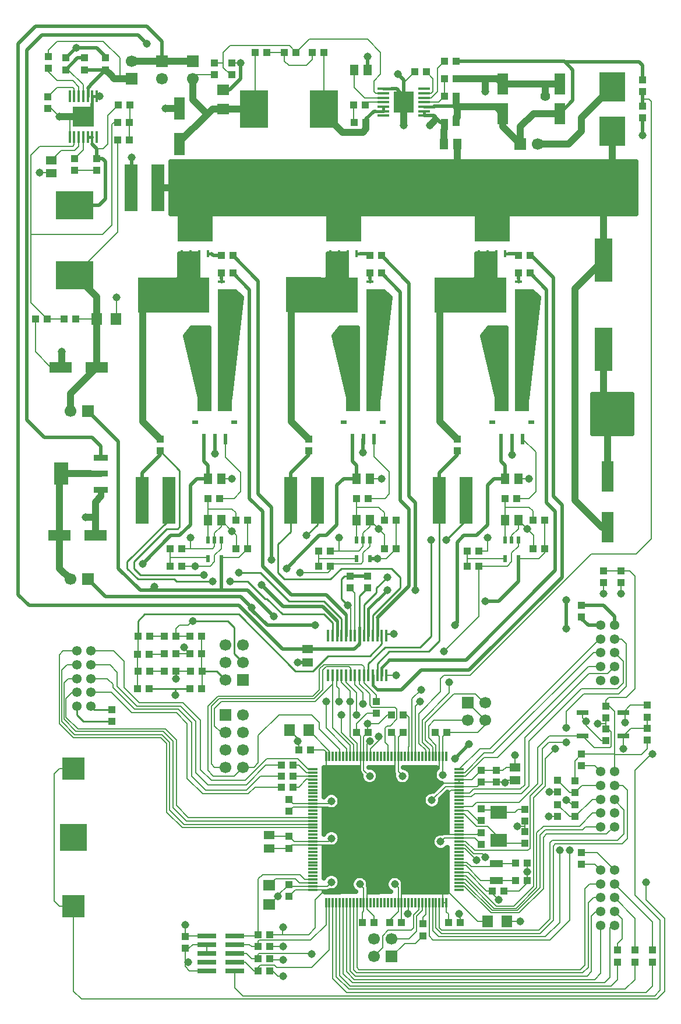
<source format=gtl>
G04 DipTrace 3.3.1.3*
G04 Top.gbr*
%MOIN*%
G04 #@! TF.FileFunction,Copper,L1,Top*
G04 #@! TF.Part,Single*
G04 #@! TA.AperFunction,Conductor*
%ADD13C,0.04*%
%ADD14C,0.02*%
%ADD15C,0.015748*%
%ADD16C,0.01*%
%ADD17C,0.006*%
%ADD18C,0.037402*%
%ADD19C,0.03937*%
%ADD20C,0.016535*%
%ADD21C,0.015*%
%ADD22C,0.016*%
G04 #@! TA.AperFunction,CopperBalancing*
%ADD23C,0.025*%
G04 #@! TA.AperFunction,ViaPad*
%ADD25C,0.15*%
%ADD28R,0.125984X0.125984*%
%ADD29R,0.15748X0.15748*%
%ADD30R,0.03937X0.043307*%
%ADD31R,0.043307X0.03937*%
%ADD32R,0.070866X0.062992*%
%ADD33R,0.059055X0.051181*%
%ADD34R,0.062992X0.070866*%
%ADD36R,0.098425X0.248031*%
%ADD38R,0.070866X0.173228*%
%ADD39R,0.074803X0.267717*%
%ADD40R,0.051181X0.059055*%
%ADD42R,0.064961X0.122047*%
%ADD44R,0.064961X0.129921*%
%ADD46R,0.129921X0.064961*%
%ADD47R,0.15X0.167*%
G04 #@! TA.AperFunction,ComponentPad*
%ADD48R,0.066929X0.066929*%
%ADD49C,0.066929*%
%ADD52C,0.05437*%
%ADD54R,0.109843X0.029134*%
%ADD55R,0.159449X0.216535*%
%ADD56R,0.216535X0.159449*%
G04 #@! TA.AperFunction,ComponentPad*
%ADD57R,0.2X0.2*%
%ADD58R,0.016X0.04*%
%ADD59R,0.2X0.18*%
%ADD60R,0.04X0.016*%
%ADD61R,0.18X0.2*%
%ADD63R,0.066929X0.031496*%
%ADD65R,0.05315X0.013386*%
%ADD66R,0.013386X0.05315*%
%ADD67R,0.015748X0.070866*%
%ADD69R,0.070079X0.016535*%
%ADD70R,0.11811X0.122047*%
%ADD72R,0.084646X0.037402*%
%ADD73R,0.084646X0.127953*%
%ADD75R,0.016535X0.070079*%
%ADD76R,0.122047X0.11811*%
%ADD78R,0.023622X0.043307*%
%ADD79R,0.019685X0.062992*%
%ADD80R,0.035433X0.023622*%
%ADD81R,0.07874X0.074803*%
%ADD82R,0.074803X0.043307*%
%ADD83R,0.094488X0.074803*%
G04 #@! TA.AperFunction,ViaPad*
%ADD84C,0.045*%
%ADD85C,0.055*%
%FSLAX26Y26*%
G04*
G70*
G90*
G75*
G01*
G04 Top*
%LPD*%
X1456200Y5831200D2*
D13*
X1281200D1*
X1106200D1*
X1281200D2*
D14*
Y5943700D1*
X1193700Y6031200D1*
X556200D1*
X456200Y5931200D1*
Y2781200D1*
X518700Y2718700D1*
X1718700D1*
X1968700Y2468700D1*
X2112449D1*
X2381200D1*
X2410334Y2497834D1*
Y2501613D1*
D15*
Y2547046D1*
Y2592480D1*
D16*
Y2772834D1*
X2456200Y2818700D1*
X1814271Y5881200D2*
D17*
Y5563877D1*
X1806594Y5556200D1*
D13*
X1631200D1*
X1568700D1*
X1539205Y5526705D1*
X1381200Y5368700D1*
Y5356200D1*
X1456200Y5731200D2*
Y5609710D1*
X1539205Y5526705D1*
X1581200Y5751771D2*
D17*
X1476771D1*
X1456200Y5731200D1*
X1768700Y3206200D2*
Y3043700D1*
X1618700Y2987401D2*
X1624999Y2993700D1*
X1718700D1*
X1768700Y3043700D1*
X2618700Y3206200D2*
Y3043700D1*
X2562401Y2987401D1*
X2468700D1*
X3468700Y3206200D2*
Y3043700D1*
Y3018700D1*
X3437401Y2987401D1*
X3318700D1*
D14*
Y2856200D1*
X3206200Y2743700D1*
X3131200D1*
X1918700Y2656200D2*
X1768700Y2806200D1*
X1618700D1*
X1212451D1*
X1237449Y2824951D1*
Y2806200D1*
X1156200D1*
X1031200Y2931200D1*
Y3656200D1*
X856200Y3831200D1*
X1618700Y2987401D2*
Y2806200D1*
X2468700Y2987401D2*
X2512401D1*
X2131200Y1893700D2*
D17*
X2206200D1*
X2218405Y1881495D1*
Y1856495D1*
X2393700Y1993700D2*
X2415255Y1972145D1*
Y1856495D1*
X2593700Y1993700D2*
X2612106Y1975294D1*
Y1856495D1*
X2843700Y1993700D2*
X2868011Y1969389D1*
Y1856495D1*
X2981200Y1703936D2*
Y1723621D1*
X3054872D1*
X3106200Y1774949D1*
X2506200Y2101771D2*
X2451771D1*
X2393700Y2043700D1*
Y1993700D1*
X2144586Y1566141D2*
X2028641D1*
X2006200Y1543700D1*
X2144586Y1349606D2*
X2024606D1*
X2006200Y1331200D1*
X1893700D1*
X2144586Y1093700D2*
X2043700D1*
X2006200Y1056200D1*
X3106200Y1418700D2*
X3093700D1*
X3083661Y1408661D1*
X2981200D1*
X2454625Y1019881D2*
Y982775D1*
X2493700Y943700D1*
Y906200D1*
X2651476Y1019881D2*
Y967175D1*
X2649949Y965649D1*
Y906200D1*
X2918700D2*
Y956200D1*
X2907381Y967519D1*
Y1019881D1*
X2887696D1*
X3143700Y912449D2*
X3087451D1*
X2887696Y1112204D1*
X2831200Y1168700D1*
X2887696Y1019881D2*
Y1112204D1*
X2981200Y1408661D2*
X2883661D1*
X2881200Y1406200D1*
X2868011Y1856495D2*
Y1787451D1*
X2799949D1*
X2612106Y1856495D2*
Y1749606D1*
X2606200Y1743700D1*
X2415255Y1856495D2*
Y1772145D1*
X2418700Y1768700D1*
X2218405Y1856495D2*
Y1781495D1*
X2144586Y1566141D2*
X2227510D1*
X2231200Y1562451D1*
X2144586Y1349606D2*
X2243356D1*
X2144586Y1093700D2*
X2212449D1*
X2256200D1*
X2454625Y1019881D2*
Y1129625D1*
X2456200Y1131200D1*
X2651476Y1019881D2*
Y1126476D1*
X2656200Y1131200D1*
X2981200Y1703936D2*
X2883464D1*
X2881200Y1706200D1*
X2831200D1*
X3106200Y1774949D2*
X3193700D1*
X3231199D1*
X3249949Y1793700D1*
X3299949D1*
X3681200Y1868700D2*
X3868700D1*
Y1866271D1*
Y1768700D1*
X2981200Y1664566D2*
X2933315D1*
X2918700Y1649951D1*
Y1593700D1*
X2881200Y1556200D1*
X3818700Y2143700D2*
X3839271D1*
X3868700Y2114271D1*
Y1868700D1*
X3299949Y1793700D2*
Y1862451D1*
X4056200Y1949951D2*
Y1899951D1*
X4022520Y1866271D1*
X3868700D1*
X3643700Y1716880D2*
Y1831200D1*
X3681200Y1868700D1*
X3643700Y1579380D2*
X3626770D1*
X3612449Y1593700D1*
X3581200D1*
X3593700Y1606200D1*
X3681200Y1306200D2*
X3768700D1*
X3868700Y1206200D1*
X2281200Y1493700D2*
D14*
Y1518700D1*
X2293700Y1531200D1*
X3806200Y2916880D2*
D17*
X3906200D1*
X3958020D1*
X3987449Y2887451D1*
Y2243700D1*
X3937449Y2193700D1*
X3837451D1*
X3818700Y2174949D1*
Y2143700D1*
X1537449Y831200D2*
X1418699D1*
X1412449Y824951D1*
X2212449Y1093700D2*
X2156200Y1037451D1*
Y874951D1*
X2118700Y837451D1*
X1970962D1*
X1898129D1*
X1970962D2*
Y877213D1*
X1974949Y881200D1*
Y768700D2*
X1898129D1*
X1974949Y693700D2*
X1898129D1*
Y699951D1*
X1974949Y599949D2*
X1943701D1*
X1912451Y631200D1*
X1898129D1*
X1412449Y893700D2*
Y824951D1*
X781200Y4606594D2*
X1026771Y4852165D1*
Y5381200D1*
X781200Y4606594D2*
D13*
X906200Y4481594D1*
Y4356200D1*
Y4081200D1*
X756200Y3931200D1*
Y3831200D1*
X785629Y4356200D2*
D17*
X793700D1*
X906200D1*
X1518700Y3668700D2*
D14*
Y3543700D1*
X1543700Y3518700D1*
Y3443700D1*
X2368700Y3668700D2*
Y3543700D1*
X2393700Y3518700D1*
Y3443700D1*
X3218700Y3668700D2*
Y3543700D1*
X3243700Y3518700D1*
Y3443700D1*
X3868700Y2606200D2*
Y2656200D1*
X3806200Y2718700D1*
X3681200D1*
X1543700Y3443700D2*
X1481200D1*
X1443700Y3406200D1*
Y3181200D1*
X1381200Y3118700D1*
X1331200D1*
X1168700Y2956200D1*
X3243700Y3443700D2*
X3181200D1*
X3143700Y3406200D1*
Y3181200D1*
X3081200Y3118700D1*
X3006200D1*
X2968700Y3081200D1*
Y2618700D1*
X2956200Y2606200D1*
X2156200D2*
X1881994D1*
X1793700Y2694494D1*
X1799553Y2700347D1*
X1731200Y2768700D1*
X956200D1*
X856200Y2868700D1*
X2393700Y3443700D2*
X2318700D1*
X2281200Y3406200D1*
Y3181200D1*
X2218700Y3118700D1*
X2181200D1*
X1993700Y2931200D1*
X1793700Y2706200D2*
Y2694494D1*
X993700Y2056200D2*
D16*
X831200D1*
X793700Y2093700D1*
Y2143700D1*
X931200Y3471751D2*
D18*
X868877D1*
D13*
X702854D1*
X693700D1*
Y3118700D1*
Y2931200D1*
X756200Y2868700D1*
X2547342Y5646651D2*
D17*
X2502302D1*
X2492754Y5656200D1*
Y5717754D1*
X2531200Y5756200D1*
Y5881200D1*
X2456200Y5956200D1*
X2123129D1*
X2048129Y5881200D1*
X2010629Y5918700D1*
X1668700D1*
X1631200Y5881200D1*
Y5818700D1*
Y5793700D1*
X1673129Y5751771D1*
X1681200D1*
X1581200Y5818700D2*
X1631200D1*
X3331200Y5356200D2*
D13*
X3231200Y5456200D1*
Y5531200D1*
X3331200Y5356200D2*
Y5456200D1*
X3406200Y5531200D1*
X3556200D1*
X3231200D2*
X3193917Y5568483D1*
X3131200D1*
D19*
X2964665D1*
Y5631200D1*
Y5571459D1*
X2968700D1*
D13*
Y5508385D1*
D19*
X2964665D1*
Y5481200D1*
Y5571459D2*
D14*
X2836239D1*
D20*
Y5569880D1*
X2781200D1*
X2964665Y5831200D2*
D14*
X3581200D1*
X3586549Y5825851D1*
X3631200Y5781200D1*
Y5606200D1*
X3556200Y5531200D1*
X3586549Y5825851D2*
X4011549D1*
X4031200Y5806200D1*
Y5723129D1*
X2547342Y5544289D2*
D20*
X2502302D1*
D14*
X2494289D1*
X2448129Y5498129D1*
Y5481200D1*
X2547342Y5569880D2*
D20*
Y5544289D1*
X2448129Y5481200D2*
D19*
Y5441515D1*
D13*
X2431200Y5424586D1*
X2312814D1*
X2206200Y5531200D1*
Y5556200D1*
Y5881200D2*
D17*
Y5556200D1*
X623129Y4356200D2*
X531200Y4448129D1*
Y4840154D1*
Y5293700D1*
X581200Y5343700D1*
X768700D1*
X778249Y5353249D1*
Y5397342D1*
X1026771Y5481200D2*
X1006200D1*
X993700Y5468700D1*
Y4893700D1*
X940154Y4840154D1*
X531200D1*
X718700Y4356200D2*
X623129D1*
X1106200Y5731200D2*
D13*
X1038609D1*
X1006200D1*
X985654Y5751746D1*
D19*
X956200Y5781200D1*
D14*
X868700Y5693700D1*
Y5689919D1*
X855020Y5676239D1*
D20*
Y5631200D1*
X956200Y5781200D2*
D14*
X835629D1*
X631200Y5856200D2*
D17*
Y5893700D1*
X681200Y5943700D1*
X943700D1*
X1038609Y5848791D1*
Y5731200D1*
X1031200Y5581200D2*
X968700Y5518700D1*
Y5356200D1*
X943700Y5331200D1*
X906200D1*
D14*
X880611Y5356789D1*
D17*
Y5397342D1*
X855020D2*
X880611D1*
X906200Y5273129D2*
D14*
Y5331200D1*
X855020Y5397342D2*
D20*
X880611D1*
X843700Y5068700D2*
D14*
X781200Y5006200D1*
X906200Y5273129D2*
X939271D1*
X956200Y5256200D1*
Y5043700D1*
X918700Y5006200D1*
X781200D1*
X931200Y3562302D2*
Y3631200D1*
X881200Y3681200D1*
X606200D1*
X506200Y3781200D1*
Y5893700D1*
X593700Y5981200D1*
X1143700D1*
X1193700Y5931200D1*
X2118700Y3668700D2*
D19*
X2089246Y3698154D1*
D13*
X2018700Y3768700D1*
Y4431200D1*
X2454625Y1856495D2*
D17*
Y1929625D1*
X2468700Y1943700D1*
X2431200Y2156200D2*
Y2218700D1*
X2384743Y2265157D1*
Y2318700D1*
X2468700Y3093700D2*
Y3056200D1*
X2431200Y3018700D1*
Y2968700D1*
X2418700Y2956200D1*
X2243700D1*
Y2943700D1*
X1360629Y2443700D2*
X1439271D1*
X2243700Y2943700D2*
Y2918700D1*
X2231200Y2906200D1*
X2068700D1*
X1406200Y2481200D2*
Y2476771D1*
X1439271Y2443700D1*
X2756200Y2168700D2*
X2731200Y2143700D1*
Y1857480D1*
X2730216Y1856495D1*
X2474310D2*
Y1899310D1*
X2531200Y1956200D1*
X2518700Y1968700D1*
X2359153Y2318700D2*
Y2359497D1*
X2349949Y2368700D1*
X2218699D1*
X2199949Y2349951D1*
Y2237451D1*
X2149949Y2187451D1*
X1606200D1*
X1562449Y2143700D1*
Y1812451D1*
X1581200Y1793700D1*
X1643700D1*
X2968700Y3668700D2*
D19*
X2939246Y3698154D1*
D13*
X2868700Y3768700D1*
Y4418700D1*
X2395570Y1019881D2*
D17*
Y648081D1*
X2406200Y637451D1*
X3674951D1*
X3699949Y662449D1*
Y1099949D1*
X3727460Y1127460D1*
X3789960D1*
X3856200Y5431200D2*
D13*
Y5106200D1*
X2968602Y5356200D2*
Y5089600D1*
X3168700Y4889502D1*
X1256200Y5106200D2*
X1406200D1*
X1468700Y5043700D1*
Y4889502D1*
X3806200Y4693700D2*
Y5106200D1*
X3856200D1*
X3831200Y3164861D2*
X3797539D1*
X3643700Y3318700D1*
Y4531200D1*
X3806200Y4693700D1*
X2375885Y1856495D2*
D17*
Y1924015D1*
X2306200Y1993700D1*
Y2093700D1*
X2393700D2*
Y2218700D1*
X2333562Y2278838D1*
Y2318700D1*
X3318700Y3093700D2*
Y3056200D1*
X3281200Y3018700D1*
Y2968700D1*
X3256200Y2943700D1*
X3093700D1*
Y2656200D1*
X2893700Y2456200D1*
X2762449Y2237449D2*
X2710531Y2185531D1*
Y1856495D1*
X1360629Y2343700D2*
X1443700D1*
X1360629Y2298129D2*
D16*
Y2343700D1*
X2506200Y2168700D2*
D17*
Y2206200D1*
X2435924Y2276476D1*
Y2318700D1*
Y2370225D1*
X2424949Y2381200D1*
X2206200D1*
X2181200Y2356200D1*
Y2237451D1*
X2143700Y2199951D1*
X1599951D1*
X1543700Y2143700D1*
Y1774949D1*
X1574949Y1743700D1*
X1693700D1*
X1743700Y1793700D1*
X2297145Y1856495D2*
Y1896506D1*
X2181200Y2012451D1*
Y2049949D1*
X2137449Y2093700D1*
X1949951D1*
X1831200Y1974949D1*
Y1818700D1*
X1806200Y1793700D1*
X1743700D1*
X2307972Y2318700D2*
Y2279428D1*
X2356200Y2231200D1*
Y2168700D1*
Y1968700D1*
X2395570Y1929330D1*
Y1856495D1*
X2981200Y1625196D2*
X3050196D1*
X3068700Y1643700D1*
X3337451D1*
X3381200Y1687449D1*
Y1943700D1*
X3681200Y2243700D1*
X3887449D1*
X3918700Y2274951D1*
Y2398720D1*
X3868700Y2448720D1*
X3806200Y2849951D2*
Y2787449D1*
X2144586Y1507086D2*
X1430314D1*
X1362449Y1574951D1*
Y1949951D1*
X1299949Y2012451D1*
X799949D1*
X731200Y2081200D1*
Y2187449D1*
X766191Y2222440D1*
X793700D1*
X2144586Y1487401D2*
X1418750D1*
X1343700Y1562451D1*
Y1943700D1*
X1287449Y1999951D1*
X787449D1*
X718700Y2068700D1*
Y2274949D1*
X744931Y2301180D1*
X793700D1*
X2144586Y1467716D2*
X1407184D1*
X1324949Y1549951D1*
Y1937451D1*
X1281200Y1981200D1*
X781200D1*
X706200Y2056200D1*
Y2349949D1*
X736171Y2379920D1*
X793700D1*
X2144586Y1448031D2*
X1395620D1*
X1306200Y1537451D1*
Y1931200D1*
X1274949Y1962451D1*
X774949D1*
X693700Y2043700D1*
Y2437449D1*
X714911Y2458661D1*
X793700D1*
X1268700Y3668700D2*
D13*
X1168700Y3768700D1*
Y4418700D1*
X2282381Y2318700D2*
D17*
X2281200D1*
Y2256200D1*
X2293700Y2243700D1*
Y2168700D1*
X2336515Y1856495D2*
Y1900885D1*
X2218700Y2018700D1*
Y2168700D1*
X2356200Y1019881D2*
Y631200D1*
X2387449Y599951D1*
X3712451D1*
X3737449Y624949D1*
Y943699D1*
X3763730Y969980D1*
X3789960D1*
X3868700Y1611220D2*
Y1606200D1*
X3924949Y1549951D1*
Y1412451D1*
X3887449Y1374951D1*
X3512451D1*
X3499949Y1362449D1*
Y924951D1*
X3437449Y862451D1*
X2881199D1*
X2868011Y875638D1*
Y1019881D1*
X2336515D2*
Y625885D1*
X2381200Y581200D1*
X3756200D1*
X3789960Y614960D1*
Y891239D1*
X1618700Y3093700D2*
Y3043700D1*
X1581200Y3006200D1*
Y2968700D1*
X1556200Y2943700D1*
X1468700D1*
X1393700D1*
X1360629Y2543700D2*
X1439271D1*
X1456200Y2631200D2*
X1431200Y2606200D1*
X1381200D1*
X1360629Y2585629D1*
Y2543700D1*
X1743700Y2393700D2*
D16*
X1693700Y2443700D1*
Y2593700D1*
X1656200Y2631200D1*
X1456200D1*
X2924949Y2281200D2*
D17*
Y2218699D1*
X2768700Y2062449D1*
Y1937449D1*
X2808956Y1897193D1*
Y1856495D1*
X2256791Y2318700D2*
Y2269291D1*
X2156200Y2168700D1*
X1618700D1*
X1581200Y2131200D1*
Y2031200D1*
X1618700Y1993700D1*
X1643700D1*
X2256791Y2318700D2*
Y2018109D1*
X2356200Y1918700D1*
Y1856495D1*
X3031200Y2062449D2*
X2837449D1*
X2806200Y2031200D1*
Y1962449D1*
X2848326Y1920323D1*
Y1856495D1*
X3131200Y2162449D2*
X3124951D1*
X3074949Y2212451D1*
X2949949D1*
X2787449Y2049951D1*
Y1949951D1*
X2828641Y1908759D1*
Y1856495D1*
X2410334Y2318700D2*
Y2270817D1*
X2468700Y2212451D1*
Y2149951D1*
X2481200Y2137451D1*
X2612449D1*
X2624949Y2124951D1*
Y2068700D1*
X2587449Y2031200D1*
X2568700D1*
X2556200Y2018700D1*
Y1937449D1*
X2574949Y1918700D1*
Y1858709D1*
X2572735Y1856495D1*
X1618503Y3206200D2*
Y3168503D1*
X1581298Y3131298D1*
Y3093700D1*
X1393700Y3043700D2*
X1568700D1*
X1581298Y3056298D1*
Y3093700D1*
X1618503Y3443700D2*
X1681200D1*
Y3143503D2*
X1618503Y3206200D1*
X1581692Y3668700D2*
D14*
X1582294Y3668098D1*
Y3587088D1*
X1681200Y3143503D2*
D17*
X1706200Y3118503D1*
Y3048129D1*
X1701771Y3043700D1*
X1393700D2*
X1443700D1*
Y3106200D1*
X2468700Y3206200D2*
Y3168700D1*
X2431298Y3131298D1*
Y3093700D1*
X2243700Y3031200D2*
X2406200D1*
X2431298Y3056298D1*
Y3093700D1*
X2468503Y3443700D2*
X2537451D1*
X2468700Y3206200D2*
X2518700Y3156200D1*
X2551771Y3123129D1*
Y3043700D1*
X2431692Y3668700D2*
D14*
X2431200Y3668208D1*
Y3593701D1*
X3281298Y3093700D2*
D17*
Y3118798D1*
X3318503Y3156003D1*
Y3206200D1*
X3281692Y3668700D2*
D14*
Y3580708D1*
X3318503Y3206200D2*
D17*
X3318700D1*
X3368700Y3156200D1*
X3406200Y3118700D1*
Y3048129D1*
X3401771Y3043700D1*
X2243700Y3031200D2*
X2293700D1*
Y3106200D1*
X3318503Y3443700D2*
X3381200D1*
X3143700Y3106200D2*
Y3031200D1*
X3093700D1*
X2563877Y2547054D2*
D16*
Y2556200D1*
X2606200D1*
X3556200Y5700491D2*
D13*
X3473588D1*
X3231200D1*
X3200491Y5731200D1*
X3119792D1*
X3006318D1*
D19*
X2964665D1*
X3473588Y5700491D2*
D13*
Y5631200D1*
X3119792Y5731200D2*
X3131200Y5719792D1*
Y5656200D1*
X2893798Y5356200D2*
Y5437578D1*
X2897735Y5441515D1*
D19*
Y5481200D1*
D14*
X2873739D1*
X2836239Y5518700D1*
X2781200D1*
X2664271Y5595470D2*
D13*
Y5464271D1*
X2836239Y5518700D2*
D14*
Y5486239D1*
D13*
X2814271Y5464271D1*
X2781200Y5544289D2*
D20*
Y5518700D1*
X2547342Y5672242D2*
X2592381D1*
D14*
X2622242D1*
X2664271Y5630213D1*
Y5595470D1*
X2726771Y5768700D2*
D17*
X2664271Y5706200D1*
D14*
Y5595470D1*
Y5723129D1*
X2631200Y5756200D1*
X2456003Y5781200D2*
X2456200D1*
Y5856200D1*
X1681200Y5818700D2*
D17*
X1731200D1*
X1631200Y5666436D2*
D14*
X1666436D1*
X1731200Y5731200D1*
Y5818700D1*
X1381200Y5560924D2*
D13*
X1301476D1*
X880611Y5631200D2*
D20*
X906200D1*
X880611D2*
Y5586161D1*
D14*
Y5514271D1*
X829430D1*
X906200Y5631200D2*
D20*
X924468D1*
X956200Y5848129D2*
D14*
Y5856200D1*
X906200Y5906200D1*
X789271D1*
X731200Y5848129D1*
X829430Y5514271D2*
D13*
X752658D1*
X693700D1*
X627165Y5560235D2*
D17*
X647735D1*
X693700Y5514271D1*
X752658Y5397342D2*
Y5514271D1*
X1102657Y5106200D2*
D14*
X1106200Y5109743D1*
Y5281200D1*
X647735Y5189665D2*
D17*
X643700Y5193700D1*
X581200D1*
X556200Y4356200D2*
Y4168700D1*
X643700Y4081200D1*
X701476D1*
D13*
X706200Y4085924D1*
Y4168700D1*
X1016436Y4356200D2*
D17*
X1018700D1*
Y4481200D1*
X3806200Y4181889D2*
D13*
Y3868700D1*
X3856200Y3818700D1*
X3831200Y3456200D2*
Y3793700D1*
X3856200Y3818700D1*
X898424Y3118700D2*
Y3223507D1*
Y3309724D1*
X931200Y3342499D1*
D18*
Y3381200D1*
X2112449Y2393897D2*
D14*
X2056003D1*
X2359153Y2547046D2*
D17*
Y2703247D1*
X2343700Y2718700D1*
X2563877Y2318700D2*
X2618700D1*
X3681200Y2651771D2*
D14*
Y2643700D1*
X3718700Y2606200D1*
X3789960D1*
X898424Y3223507D2*
D13*
X843700D1*
X2356200Y2885629D2*
D14*
X2456200D1*
X2008464Y2006200D2*
D17*
X2064271Y1950393D1*
Y1893700D1*
X2008464Y2006200D2*
X2056200Y1958464D1*
Y1943700D1*
X2460629Y1993700D2*
X2434940Y1968011D1*
Y1856495D1*
X2660629Y1993700D2*
X2631791Y1964861D1*
Y1856495D1*
X2910629Y1993700D2*
X2887696Y1970767D1*
Y1856495D1*
X2981200Y1684251D2*
X3082431D1*
X3106200Y1708020D1*
X2460629Y1993700D2*
X2456200Y1998129D1*
Y2043700D1*
X2144586Y1585826D2*
X2031003D1*
X2006200Y1610629D1*
X2144586Y1369291D2*
X2035039D1*
X2006200Y1398129D1*
X1901574D1*
X1893700Y1406003D1*
X2144586Y1113385D2*
X2015944D1*
X2006200Y1123129D1*
X1893700Y1008464D2*
X1895964D1*
X1943701Y1056201D1*
X1941486Y1058415D1*
X2006200Y1123129D1*
X3356200Y1487451D2*
Y1456200D1*
Y1424949D1*
X3368700Y1245275D2*
Y1195275D1*
Y1145275D2*
Y1195275D1*
Y1145275D2*
Y1132777D1*
X3323373Y1087451D1*
X3237449D1*
X3253936Y912449D2*
X3331200D1*
X2434940Y1019881D2*
Y972440D1*
X2426771Y964271D1*
Y906200D1*
X2631791Y1019881D2*
Y969291D1*
X2583020Y920520D1*
Y906200D1*
X2985629D2*
Y951771D1*
X2981200Y956200D1*
Y1388976D2*
X3068995D1*
X3106200Y1351771D1*
X2434940Y1856495D2*
Y1777460D1*
X2468700Y1743700D1*
X2887696Y1856495D2*
Y1750196D1*
X2631791Y1856495D2*
Y1768109D1*
X2656200Y1743700D1*
X2981200Y1684251D2*
X2903002D1*
X2824951Y1606200D1*
X2981200Y1388976D2*
X2895225D1*
X2874949Y1368700D1*
X2631791Y1019881D2*
Y1105611D1*
X2612451Y1124951D1*
X2434940Y1019881D2*
Y1102459D1*
X2412449Y1124949D1*
X2144586Y1113385D2*
X2225884D1*
X2249949Y1137451D1*
X2144586Y1369291D2*
X2231789D1*
X2249949Y1387451D1*
X2144586Y1585826D2*
X2235825D1*
X2249949Y1599951D1*
X3106200Y1708020D2*
X3193700D1*
X3299949Y1718897D2*
X3256397D1*
X3243700Y1706200D1*
X3241880Y1708020D1*
X3193700D1*
X3681200Y1801771D2*
X3756889D1*
X3789960Y1768700D1*
X3356200Y1424949D2*
D3*
Y1456200D2*
X3312449D1*
X3687449Y2106200D2*
Y2074951D1*
X3706200Y2056200D1*
X3818700Y1945520D2*
X3793701D1*
X3706200Y2033022D1*
Y2056200D1*
X4056200Y2148129D2*
X3960629D1*
X3918700Y2106200D1*
X3931200D1*
Y2049951D1*
X3031200Y2162449D2*
X3131200Y2062449D1*
Y2037451D1*
X3087449Y1993700D1*
X2910629D1*
X3681200Y1239271D2*
X3756889D1*
X3789960Y1206200D1*
X2774949Y831200D2*
X2731199Y787449D1*
X2668700D1*
X2593700Y712449D1*
X3789960Y1768700D2*
D3*
X4031200Y5506200D2*
D14*
Y5406200D1*
X2356200Y2885629D2*
D16*
X2323129D1*
X2306200Y2868700D1*
Y2756200D1*
X2343700Y2718700D1*
X993700Y2123129D2*
X893011D1*
X872440Y2143700D1*
X1439271Y2243700D2*
X1356200D1*
Y2206200D1*
X1206200Y2243700D2*
X1439271D1*
X2593700Y2093700D2*
D17*
X2568700D1*
X2518700Y2043700D1*
X2456200D1*
X3037449Y1924951D2*
D14*
Y1924949D1*
X2956200Y1843700D1*
X1537449Y781200D2*
D17*
X1456199D1*
X1433020Y758022D1*
X1412449D1*
X1537449Y781200D2*
Y731200D1*
X1412449Y758022D2*
Y662449D1*
Y656200D1*
X1437449Y631200D1*
X1537449D1*
X1412449Y662449D2*
X1431200Y681200D1*
X3593700Y2749951D2*
D14*
Y2587451D1*
X774923Y1393650D2*
D17*
X824999D1*
X2981200Y1743306D2*
X3018306D1*
X3124951Y1849951D1*
X3199951D1*
X3719980Y2369980D1*
X3789960D1*
Y2448720D2*
X3748718D1*
X3174949Y1874951D1*
X3124951D1*
X3012991Y1762991D1*
X2981200D1*
X3789960Y2527460D2*
X3783710D1*
X3156201Y1899951D1*
X3098474D1*
X2981200Y1782676D1*
X3543700Y1514271D2*
X3491878D1*
X3612449Y1318700D2*
Y918700D1*
X3499949Y806200D1*
X2831200D1*
X2808956Y828444D1*
Y1019881D1*
X3543700Y1651771D2*
X3495520D1*
X3556200Y1318700D2*
Y906201D1*
X3474949Y824951D1*
X2862449D1*
X2828641Y858759D1*
Y1019881D1*
X1506200Y2543700D2*
Y2443700D1*
Y2348129D1*
X1510629Y2343700D1*
Y2248129D1*
X1506200Y2243700D1*
X1643700Y2293700D2*
D16*
X1593700Y2343700D1*
X1510629D1*
X2981200Y1349606D2*
D17*
X3012794D1*
X3062449Y1299951D1*
X3112448D1*
X3131199Y1281200D1*
X1697686Y681200D2*
X1756200D1*
X1806200Y631200D1*
X1831200D1*
Y649951D1*
X1843700Y662451D1*
X1924948D1*
X1937449Y649949D1*
X2137449D1*
X2238090Y750590D1*
Y1019881D1*
X3868700Y1689960D2*
X3916191D1*
X3943700Y1662451D1*
Y1387451D1*
X3912449Y1356200D1*
X3531200D1*
X3518700Y1343700D1*
Y918700D1*
X3443700Y843700D1*
X2881200D1*
X2848326Y876574D1*
Y1019881D1*
X3789960Y1532480D2*
X3744980D1*
X3668700Y1456200D1*
X3462449D1*
X3424949Y1418700D1*
Y1106199D1*
X3306200Y987449D1*
X3181201D1*
X3015896Y1152755D1*
X2981200D1*
X3868700Y1453739D2*
X3866238D1*
X3824949Y1412451D1*
X3481200D1*
X3462449Y1393700D1*
Y1099949D1*
X3324949Y962449D1*
X3162451D1*
X3011515Y1113385D1*
X2981200D1*
X3789960Y1453739D2*
X3703738D1*
X3687449Y1437451D1*
X3474951D1*
X3443700Y1406200D1*
Y1106200D1*
X3312449Y974949D1*
X3168701D1*
X3010581Y1133070D1*
X2981200D1*
X2375885Y1019881D2*
Y636515D1*
X2393700Y618700D1*
X3687449D1*
X3718700Y649951D1*
Y1018700D1*
X3748720Y1048720D1*
X3789960D1*
X1962451Y1806200D2*
X1874949D1*
X1762449Y1693700D1*
X1543700D1*
X1474949Y1762451D1*
Y2056200D1*
X1387449Y2143700D1*
X1137449D1*
X1024949Y2256200D1*
Y2337451D1*
X982480Y2379920D1*
X872440D1*
X3385629Y4718700D2*
D14*
X3393700D1*
X3518700Y4593700D1*
Y3343700D1*
X3568700Y3293700D1*
Y2881200D1*
X3037451Y2349951D1*
X2762451D1*
X2649951Y2237451D1*
X2512449D1*
D21*
X2487106Y2262794D1*
Y2273267D1*
D15*
Y2318700D1*
X3018700Y3318700D2*
D16*
Y3206200D1*
X2906200Y3093700D1*
X2818700D2*
Y2543700D1*
X2756200Y2481200D1*
X2556200D1*
X2461515Y2386515D1*
Y2318700D1*
X2512696D2*
Y2387696D1*
X2581200Y2456200D1*
X2806200D1*
X2865157Y2515157D1*
Y3318700D1*
D14*
Y3477657D1*
X2968700Y3581200D1*
Y3601771D1*
X3385629Y4618700D2*
X3481200Y4523129D1*
Y3306200D1*
X3531200Y3256200D1*
Y2918700D1*
X3018700Y2406200D1*
X2580354D1*
D21*
X2538287Y2364133D1*
D15*
Y2318700D1*
X2535629Y4618700D2*
D14*
X2643700Y4510629D1*
Y3318700D1*
X2693700Y3268700D1*
Y2831200D1*
X2512696Y2650196D1*
D21*
Y2592480D1*
D15*
Y2547046D1*
X2435924D2*
D16*
Y2723424D1*
X2506200Y2793700D1*
Y2818700D1*
X2568700Y2881200D1*
X2106200Y3118700D2*
X2168700Y3181200D1*
Y3318700D1*
X2535629Y4718700D2*
D14*
X2693700Y4560629D1*
Y3343700D1*
X2731200Y3306200D1*
Y2806200D1*
X2568700D2*
D21*
X2461515Y2699015D1*
Y2592480D1*
D15*
Y2547046D1*
X2118700Y3601771D2*
D14*
Y3581200D1*
X2015157Y3477657D1*
Y3318700D1*
X2487106Y2547046D2*
D16*
Y2662106D1*
X2643700Y2818700D1*
Y2881200D1*
X2593700Y2931200D1*
X2306200D1*
X2243700Y2868700D1*
X1981200D1*
X1943700Y2906200D1*
Y3068700D1*
X2015157Y3140157D1*
Y3318700D1*
X1685629Y4618700D2*
D14*
X1781200Y4523129D1*
Y3331200D1*
X1856200Y3256200D1*
Y2943700D1*
X2018700Y2781200D1*
X2218700D1*
X2333562Y2666338D1*
D21*
Y2592480D1*
D15*
Y2547046D1*
X1685629Y4718700D2*
D14*
X1831200Y4573129D1*
Y3356200D1*
X1906200Y3281200D1*
Y2981200D1*
X1849949Y2837451D2*
X1974999Y2712401D1*
X2199999D1*
X2282381Y2630019D1*
D21*
Y2592480D1*
D15*
Y2547046D1*
X2256791D2*
D16*
Y2618109D1*
X2206200Y2668700D1*
X1968700D1*
X1881200Y2756200D1*
X1868700D1*
X1768700Y2856200D1*
X1668700D1*
X1568700D2*
X1362451D1*
X1349951Y2868700D1*
X1143700D1*
X1081200Y2931200D1*
Y2968700D1*
X1318700Y3206200D1*
Y3318700D1*
X1268700Y3601771D2*
D14*
Y3581200D1*
X1165157Y3477657D1*
Y3318700D1*
X2307972Y2547046D2*
D16*
Y2641928D1*
X2206200Y2743700D1*
X2006200D1*
X1843700Y2906200D1*
X1718700D1*
X1518700Y2893700D2*
X1156200D1*
X1118700Y2931200D1*
Y2968700D1*
X1306200Y3156200D1*
X1368700D1*
X1381200Y3168700D1*
Y3489271D1*
X1268700Y3601771D1*
X3856200Y5682200D2*
D13*
X3681200Y5507200D1*
Y5431200D1*
X3606200Y5356200D1*
X3431200D1*
X1210629Y2543700D2*
D17*
X1293700D1*
X2384743Y2547046D2*
Y2790157D1*
X2356200Y2818700D1*
X1143700Y2543700D2*
Y2443700D1*
X1139665Y2439665D1*
Y2347735D1*
X1143700Y2343700D1*
X1139271Y2243700D2*
Y2339271D1*
X1143700Y2343700D1*
X2538287Y2547046D2*
D16*
Y2500787D1*
X2468700Y2431200D1*
X2231200D1*
X2143700Y2343700D1*
X2043700D1*
X1718700Y2668700D1*
X1181200D1*
X1143700Y2631200D1*
Y2543700D1*
X1206594Y2439665D2*
D17*
X1289665D1*
X1293700Y2443700D1*
Y2343700D2*
X1210629D1*
X2897735Y5831200D2*
X2856200Y5789665D1*
Y5656200D1*
X2821061Y5621061D1*
X2781200D1*
Y5646651D2*
X2821651D1*
X2831200Y5656200D1*
Y5731200D1*
X2793700Y5768700D1*
X2897735Y5731200D2*
Y5631200D1*
X2781200Y5595470D2*
X2862006D1*
X2897735Y5631200D1*
X2376771Y5581200D2*
Y5485629D1*
X2381200Y5481200D1*
X2547342Y5621061D2*
X2441339D1*
X2381200Y5681200D1*
Y5781200D1*
X2547342Y5595470D2*
X2457970D1*
X2443700Y5581200D1*
X2139271Y5881200D2*
Y5839271D1*
X2106200Y5806200D1*
X2006200D1*
X1981200Y5831200D1*
Y5881200D1*
X1881200D1*
X631200Y5789271D2*
Y5768700D1*
X681200Y5718700D1*
X768700D1*
X803839Y5683561D1*
Y5631200D1*
X781200Y5206200D2*
X906200D1*
X778249Y5631200D2*
Y5671651D1*
X768700Y5681200D1*
X681200D1*
X627165Y5627165D1*
X835629Y5848129D2*
D14*
X798129D1*
X731200Y5781200D1*
D17*
X743700D1*
X829430Y5695470D1*
Y5631200D1*
X647735Y5264468D2*
X701968Y5318700D1*
X781200D1*
X803839Y5341339D1*
Y5397342D1*
X781200Y5273129D2*
X829430Y5321359D1*
Y5397342D1*
X1098129Y5581200D2*
Y5485629D1*
X1093700Y5481200D1*
Y5381200D1*
X3206200Y1376033D2*
Y1393700D1*
X3143700Y1456200D1*
X3081200D1*
X3010629Y1526771D1*
X2981200D1*
X3356200Y1358020D2*
X3224213D1*
X3206200Y1376033D1*
X3106200Y1556200D2*
Y1549951D1*
X3193700D1*
X3206200Y1537451D1*
X3356200Y1554380D2*
X3316880D1*
X3299951Y1537451D1*
X3206200D1*
X3193700Y1243700D2*
Y1224951D1*
X3049949D1*
X3023720Y1251180D1*
X2981200D1*
X3193700Y1243700D2*
X3300196D1*
X3301771Y1245275D1*
X2774949Y898129D2*
Y937449D1*
X2789271Y951771D1*
Y1019881D1*
X2144586Y1133070D2*
X2066830D1*
X2043700Y1156200D1*
X1931200D1*
X1893700Y1118700D1*
X3106200Y1489271D2*
X3085629D1*
X3028444Y1546456D1*
X2981200D1*
X3193700Y1145275D2*
X3104625D1*
X3018405Y1231495D1*
X2981200D1*
X3301771Y1145275D2*
X3193700D1*
X2660629Y2093700D2*
X2681200D1*
X2693700Y2081200D1*
Y1912451D1*
X2690846Y1909596D1*
Y1856495D1*
X1962451Y1681200D2*
X1812449D1*
X1774949Y1643700D1*
X1512449D1*
X1424949Y1731200D1*
Y2043700D1*
X1362449Y2106200D1*
X1106200D1*
X989960Y2222440D1*
X872440D1*
X1962451Y1743700D2*
X1843699D1*
X1762449Y1662451D1*
X1531199D1*
X1449949Y1743700D1*
Y2049951D1*
X1374949Y2124951D1*
X1124949D1*
X999949Y2249951D1*
Y2268700D1*
X967469Y2301180D1*
X872440D1*
X4087449Y748129D2*
Y908710D1*
X3868700Y1127460D1*
X3987449Y748129D2*
Y929970D1*
X3868700Y1048720D1*
X3887449Y748129D2*
Y787451D1*
X3912449Y812451D1*
Y926230D1*
X3868700Y969980D1*
X3789960Y1689960D2*
X3683709D1*
X3643700Y1649951D1*
X3612449D1*
X3543700Y1718700D1*
X3789960Y1611220D2*
X3742469D1*
X3643700Y1512451D1*
X3612449D1*
X3543700Y1581200D1*
X1543897Y2987401D2*
X1537598Y2993700D1*
X1326771D1*
Y2943700D1*
Y3043700D2*
Y2943700D1*
X2176771Y3031200D2*
Y2987401D1*
Y2943700D1*
X2393897Y2987401D2*
X2176771D1*
X3026771Y3031200D2*
Y2987401D1*
Y2943700D1*
X3243897Y2987401D2*
X3026771D1*
X1644684Y3668700D2*
Y3567716D1*
X1731200Y3481200D1*
Y3368700D1*
X1693700Y3331200D1*
X1610629D1*
X2494684Y3668700D2*
Y3569684D1*
X2581200Y3483169D1*
Y3356200D1*
X2556200Y3331200D1*
X2460629D1*
X3344684Y3668700D2*
X3418700Y3594684D1*
Y3368700D1*
X3381200Y3331200D1*
X3310629D1*
X1618700Y4618700D2*
D14*
Y4586700D1*
D22*
Y4568700D1*
X2468700D2*
Y4586700D1*
D14*
Y4618700D1*
X3318700D2*
Y4586700D1*
D22*
Y4568700D1*
X1543700Y4729502D2*
X1561700D1*
D14*
X1572502Y4718700D1*
X1618700D1*
X2468700D2*
X2457898Y4729502D1*
X2411700D1*
D22*
X2393700D1*
X3318700Y4718700D2*
D14*
X3307898Y4729502D1*
X3261700D1*
D22*
X3243700D1*
X1543700Y3206200D2*
D17*
Y3093700D1*
X1543897D1*
X1543700Y3331200D2*
Y3268495D1*
Y3206200D1*
X1701771D2*
Y3248129D1*
X1681405Y3268495D1*
X1543700D1*
X2393700Y3331200D2*
Y3279313D1*
X2393897D1*
Y3206200D1*
Y3093700D1*
X2551771Y3206200D2*
Y3248129D1*
X2520587Y3279313D1*
X2393897D1*
X3243700Y3331200D2*
Y3280781D1*
Y3206200D1*
X3243897Y3206003D1*
Y3093700D1*
X3401771Y3206200D2*
Y3260629D1*
X3381619Y3280781D1*
X3243700D1*
X3687449Y1972342D2*
X3497342D1*
X3431200Y1906200D1*
Y1699949D1*
X3324951Y1593700D1*
X3081200D1*
X3056200Y1568700D1*
X2983759D1*
X2981200Y1566141D1*
X3818700Y2076771D2*
Y2044064D1*
Y2012449D1*
X3833022D1*
X3849949Y1995522D1*
Y1912449D1*
X3843700Y1906200D1*
X3753591D1*
X3687449Y1972342D1*
X3818700Y2044064D2*
X3774586D1*
X4087449Y1868700D2*
X4081199D1*
X3987449Y1774951D1*
Y1062451D1*
X4131200Y918700D1*
Y518701D1*
X4099949Y487451D1*
X1743699D1*
X1697686Y533464D1*
Y631200D1*
X2316830Y1019881D2*
Y614321D1*
X2368700Y562451D1*
X3812451D1*
X3843700Y593700D1*
Y881200D1*
X3858661D1*
X3868700Y891239D1*
X2144586Y1743306D2*
X2144192Y1743700D1*
X2029380D1*
X2144586Y1723621D2*
X2143256Y1724951D1*
X2106200D1*
X2062449Y1681200D1*
X2029380D1*
X2144586Y1782676D2*
X2143109Y1781200D1*
X2118700D1*
X2056200Y1843700D1*
X1881200D1*
X1756200Y1718700D1*
X1562449D1*
X1499949Y1781200D1*
Y2062451D1*
X1399949Y2162451D1*
X1149949D1*
X1062449Y2249951D1*
Y2399951D1*
X1003739Y2458661D1*
X872440D1*
X2144586Y1762991D2*
X2144045Y1762451D1*
X2106199D1*
X2062449Y1806200D1*
X2029380D1*
X2277460Y1019881D2*
Y597440D1*
X2349949Y524951D1*
X3931200D1*
X3987449Y581200D1*
Y681200D1*
X3887449D2*
Y581200D1*
X3849949Y543700D1*
X2356200D1*
X2297145Y602755D1*
Y1019881D1*
X4087449Y681200D2*
Y543700D1*
X4049949Y506200D1*
X2337449D1*
X2257775Y585875D1*
Y1019881D1*
X4056200Y2081200D2*
Y2016880D1*
X3963238D1*
X3918700Y1972342D1*
Y1899951D1*
X3531200D2*
X3474949Y1843700D1*
Y1687449D1*
X3406200Y1618700D1*
Y1112449D1*
X3293700Y999949D1*
X3193701D1*
X3021210Y1172440D1*
X2981200D1*
X1697686Y781200D2*
X1781200D1*
X1793700Y768700D1*
X1831200D1*
Y799951D1*
X1837449Y806200D1*
X2131200D1*
X2218405Y893405D1*
Y1019881D1*
X1697686Y831200D2*
X1824949D1*
X1831200Y837451D1*
Y1156200D1*
X1856200Y1181200D1*
X2068700D1*
X2097145Y1152755D1*
X2144586D1*
X1697686Y731200D2*
X1762451D1*
X1793700Y699951D1*
X1831200D1*
X2690846Y1019881D2*
Y959596D1*
X2687449Y956200D1*
X2137449Y724951D2*
X2131200Y731200D1*
X1837451D1*
X1831200Y724949D1*
Y699951D1*
X2981200Y1369291D2*
X3018109D1*
X3068700Y1318700D1*
X3374949D1*
X3387449Y1331200D1*
Y1631200D1*
X3456200Y1699951D1*
Y1899951D1*
X3493700Y1937451D1*
X3593700D1*
Y2018700D2*
Y2112451D1*
X3693700Y2212451D1*
X3893700D1*
X3937449Y2256200D1*
Y2499951D1*
X3909940Y2527460D1*
X3868700D1*
X2981200Y1329920D2*
Y1331200D1*
X3012451D1*
X3081200Y1262451D1*
X2593700Y812449D2*
X2693699D1*
X2737449Y856200D1*
Y943700D1*
X2769586Y975836D1*
Y1019881D1*
X2493700Y712449D2*
X2543700Y762449D1*
Y831200D1*
X2574951Y862451D1*
X2706201D1*
X2718700Y874949D1*
Y949951D1*
X2749901Y981151D1*
Y1019881D1*
X3170520Y1087451D2*
X3137449D1*
X3032775Y1192125D1*
X2981200D1*
X3170520Y1087451D2*
Y1073129D1*
X3206200Y1037449D1*
X4049949Y1137449D2*
X4062449Y1124949D1*
X4049949Y1137449D2*
Y1037451D1*
X4156200Y931200D1*
Y512451D1*
X4112449Y468700D1*
X818700D1*
X774923Y512477D1*
Y999949D1*
Y1787351D2*
X693600D1*
X662449Y1756200D1*
Y1031200D1*
X693700Y999949D1*
X774923D1*
X4031200Y5656200D2*
D14*
Y5613382D1*
Y5573129D1*
X2789271Y1856495D2*
D17*
Y1891878D1*
X2749949Y1931200D1*
Y2099951D1*
X2874949Y2224951D1*
Y2299949D1*
X2893700Y2318700D1*
X3043699D1*
X3737449Y3012451D1*
X3993700D1*
X4081200Y3099951D1*
Y5599949D1*
X4067767Y5613382D1*
X4031200D1*
X2118700Y2006200D2*
X2238090Y1886810D1*
Y1856495D1*
X2981200Y1644881D2*
X3038630D1*
X3062449Y1668700D1*
X3331200D1*
X3356200Y1693700D1*
Y1962449D1*
X3724951Y2331200D1*
X3829920D1*
X3868700Y2369980D1*
X3906200Y2849951D2*
Y2787451D1*
D84*
X3131200Y2743700D3*
X1918700Y2656200D3*
X2512401Y2987401D3*
X3299949Y1862451D3*
X3593700Y1606200D3*
X2281200Y1493700D3*
X1237449Y2824951D3*
X1974949Y881200D3*
Y768700D3*
Y693700D3*
Y599949D3*
X1412449Y893700D3*
X1974949Y881200D3*
X1168700Y2956200D3*
X2956200Y2606200D3*
X2156200D3*
X2956200D3*
X1993700Y2931200D3*
X1793700Y2706200D3*
X1193700Y5931200D3*
X2468700Y1943700D3*
X2431200Y2156200D3*
X2068700Y2906200D3*
X1406200Y2481200D3*
X2756200Y2168700D3*
X2518700Y1968700D3*
X2306200Y2093700D3*
X2393700D3*
X2306200D3*
X2893700Y2456200D3*
X2762449Y2237449D3*
X1360629Y2298129D3*
X2356200Y2168700D3*
X3806200Y2787449D3*
X2293700Y2168700D3*
X2218700D3*
X1456200Y2631200D3*
X1468700Y2943700D3*
X1456200Y2631200D3*
X2924949Y2281200D3*
X1681200Y3443700D3*
Y3143503D3*
X1582294Y3587088D3*
X1681200Y3443700D3*
Y3143503D3*
X1443700Y3106200D3*
X2537451Y3443700D3*
X2518700Y3156200D3*
X2431200Y3593701D3*
X2537451Y3443700D3*
D3*
X2518700Y3156200D3*
X3281692Y3580708D3*
X3368700Y3156200D3*
X2293700Y3106200D3*
X3381200Y3443700D3*
X3368700Y3156200D3*
X3281692Y3580708D3*
X3381200Y3443700D3*
X3143700Y3106200D3*
X3368700Y3156200D3*
X2518700D3*
X2293700Y3106200D3*
X2606200Y2556200D3*
D85*
X3473588Y5631200D3*
D84*
X3131200Y5656200D3*
D85*
X3473588Y5631200D3*
D84*
X2664271Y5464271D3*
X2814271D3*
X2664271D3*
X2631200Y5756200D3*
X2456200Y5856200D3*
X2631200Y5756200D3*
X2456200Y5856200D3*
X2631200Y5756200D3*
X3131200Y5656200D3*
X1731200Y5818700D3*
X1301476Y5560924D3*
X924468Y5631200D3*
X789271Y5906200D3*
X693700Y5514271D3*
X1106200Y5281200D3*
X581200Y5193700D3*
D3*
X706200Y4168700D3*
X1018700Y4481200D3*
X693700Y5514271D3*
X924468Y5631200D3*
X1301476Y5560924D3*
D3*
X1731200Y5818700D3*
X2456200Y5856200D3*
X581200Y5193700D3*
X706200Y4168700D3*
X2056003Y2393897D3*
X2343700Y2718700D3*
X2618700Y2318700D3*
X843700Y3223507D3*
X2293700Y3106200D3*
X2056200Y1943700D3*
X2456200Y2043700D3*
X1943701Y1056201D3*
X3368700Y1195275D3*
X3331200Y912449D3*
X2981200Y956200D3*
X2468700Y1743700D3*
X2887696Y1750196D3*
X2656200Y1743700D3*
X2824951Y1606200D3*
X2874949Y1368700D3*
X2612451Y1124951D3*
X2412449Y1124949D3*
X2249949Y1137451D3*
Y1387451D3*
Y1599951D3*
X3243700Y1706200D3*
X3312449Y1456200D3*
X3706200Y2056200D3*
X3931200Y2049951D3*
X4031200Y5406200D3*
X1356200Y2206200D3*
X1431200Y681200D3*
X824999Y1393650D3*
X3491878Y1514271D3*
X3612449Y1318700D3*
X3495520Y1651771D3*
X3556200Y1318700D3*
X3131199Y1281200D3*
X2906200Y3093700D3*
X2818700D3*
X2568700Y2881200D3*
X2106200Y3118700D3*
X2731200Y2806200D3*
X2568700D3*
X1906200Y2981200D3*
X1849949Y2837451D3*
X1668700Y2856200D3*
X1568700D3*
X1718700Y2906200D3*
X1518700Y2893700D3*
X3774586Y2044064D3*
X4087449Y1868700D3*
X3918700Y1899951D3*
X3531200D3*
X2687449Y956200D3*
X2137449Y724951D3*
X3593700Y1937451D3*
Y2018700D3*
X3081200Y1262451D3*
X3206200Y1037449D3*
X4049949Y1137449D3*
D3*
X3906200Y2787451D3*
D25*
X1486368Y4241766D3*
X2331200Y4237451D3*
X3184325Y4234325D3*
D84*
X2956200Y1843700D3*
X3037449Y1924951D3*
X3593700Y2587451D3*
Y2749951D3*
X1432594Y4281931D2*
D23*
X1547231D1*
X1415405Y4257062D2*
X1547231D1*
X1421289Y4232193D2*
X1547231D1*
X1427175Y4207325D2*
X1547231D1*
X1433024Y4182456D2*
X1547231D1*
X1438909Y4157587D2*
X1547231D1*
X1444758Y4132718D2*
X1547231D1*
X1450642Y4107850D2*
X1547231D1*
X1456528Y4082981D2*
X1547231D1*
X1462377Y4058112D2*
X1547231D1*
X1468262Y4033243D2*
X1547231D1*
X1474111Y4008375D2*
X1547231D1*
X1479997Y3983506D2*
X1547231D1*
X1485881Y3958637D2*
X1547231D1*
X1491730Y3933768D2*
X1547231D1*
X1497615Y3908899D2*
X1547231D1*
X1537159Y3884031D2*
X1547231D1*
X1549738Y3882932D2*
Y4306797D1*
X1450600Y4306800D1*
X1412166Y4260159D1*
X1495731Y3906260D1*
X1508498Y3885911D1*
X1549755Y3882962D1*
X1617006Y4487690D2*
X1726548D1*
X1616969Y4462821D2*
X1733330D1*
X1616969Y4437952D2*
X1730351D1*
X1616969Y4413083D2*
X1727409D1*
X1616934Y4388214D2*
X1724431D1*
X1616934Y4363346D2*
X1721452D1*
X1616934Y4338477D2*
X1718510D1*
X1616898Y4313608D2*
X1715531D1*
X1616898Y4288739D2*
X1712588D1*
X1616861Y4263871D2*
X1709611D1*
X1616861Y4239002D2*
X1706669D1*
X1616861Y4214133D2*
X1703690D1*
X1616826Y4189264D2*
X1700747D1*
X1616826Y4164396D2*
X1697768D1*
X1616791Y4139527D2*
X1694826D1*
X1616791Y4114658D2*
X1691848D1*
X1616791Y4089789D2*
X1688905D1*
X1616754Y4064920D2*
X1685927D1*
X1616754Y4040052D2*
X1682948D1*
X1616718Y4015183D2*
X1680006D1*
X1616718Y3990314D2*
X1677028D1*
X1616718Y3965445D2*
X1674085D1*
X1616683Y3940577D2*
X1671107D1*
X1616683Y3915708D2*
X1668165D1*
X1614515Y4512528D2*
X1614171Y3901420D1*
X1668983Y3901919D1*
X1737899Y4480314D1*
X1699532Y4512377D1*
X1614528Y4512535D1*
X1383712Y4706331D2*
X1484965D1*
X1383712Y4681462D2*
X1484965D1*
X1383712Y4656594D2*
X1484965D1*
X1383712Y4631725D2*
X1484965D1*
X1383712Y4606856D2*
X1484965D1*
X1375566Y4581987D2*
X1484965D1*
X1158718Y4557119D2*
X1484965D1*
X1158718Y4532250D2*
X1484965D1*
X1158718Y4507381D2*
X1484965D1*
X1158718Y4482512D2*
X1484965D1*
X1158718Y4457644D2*
X1484965D1*
X1158718Y4432775D2*
X1484965D1*
X1158718Y4407906D2*
X1484965D1*
X1487451Y4406224D2*
Y4731191D1*
X1381210Y4731200D1*
X1381046Y4591745D1*
X1380249Y4588917D1*
X1378813Y4586352D1*
X1376818Y4584195D1*
X1374375Y4582562D1*
X1371619Y4581545D1*
X1368696Y4581200D1*
X1156230D1*
X1156200Y4406205D1*
X1487435Y4406200D1*
X1333718Y5231331D2*
X3991217D1*
X1333718Y5206462D2*
X3991217D1*
X1333718Y5181594D2*
X3991217D1*
X1333718Y5156725D2*
X3991217D1*
X1333718Y5131856D2*
X3991217D1*
X1333718Y5106987D2*
X3991217D1*
X1333718Y5082119D2*
X3991217D1*
X1333718Y5057250D2*
X3991217D1*
X1333718Y5032381D2*
X3991217D1*
X1333718Y5007512D2*
X3991217D1*
X1333718Y4982644D2*
X3991217D1*
X1333718Y4957775D2*
X3991217D1*
X1331200Y5256176D2*
Y4956184D1*
X3993687Y4956200D1*
X3993700Y5256216D1*
X1331213Y5256200D1*
X3746218Y3900082D2*
X3966212D1*
X3746218Y3875213D2*
X3966212D1*
X3746218Y3850344D2*
X3966212D1*
X3746218Y3825476D2*
X3966212D1*
X3746218Y3800607D2*
X3966212D1*
X3746218Y3775738D2*
X3966212D1*
X3746218Y3750869D2*
X3966212D1*
X3746218Y3726001D2*
X3966212D1*
X3746218Y3701132D2*
X3966212D1*
X3743700Y3924927D2*
Y3699934D1*
X3968717Y3699951D1*
X3968700Y3924968D1*
X3743683Y3924951D1*
X2282594Y4281931D2*
X2397231D1*
X2265405Y4257062D2*
X2397231D1*
X2271289Y4232193D2*
X2397231D1*
X2277175Y4207325D2*
X2397231D1*
X2283024Y4182456D2*
X2397231D1*
X2288909Y4157587D2*
X2397231D1*
X2294758Y4132718D2*
X2397231D1*
X2300642Y4107850D2*
X2397231D1*
X2306528Y4082981D2*
X2397231D1*
X2312377Y4058112D2*
X2397231D1*
X2318262Y4033243D2*
X2397231D1*
X2324111Y4008375D2*
X2397231D1*
X2329997Y3983506D2*
X2397231D1*
X2335881Y3958637D2*
X2397231D1*
X2341730Y3933768D2*
X2397231D1*
X2347615Y3908899D2*
X2397231D1*
X2387159Y3884031D2*
X2397231D1*
X2399738Y3882932D2*
Y4306797D1*
X2300600Y4306800D1*
X2262166Y4260159D1*
X2345731Y3906260D1*
X2358498Y3885911D1*
X2399755Y3882962D1*
X2467006Y4487690D2*
X2576548D1*
X2466969Y4462821D2*
X2583330D1*
X2466969Y4437952D2*
X2580351D1*
X2466969Y4413083D2*
X2577409D1*
X2466934Y4388214D2*
X2574431D1*
X2466934Y4363346D2*
X2571452D1*
X2466934Y4338477D2*
X2568510D1*
X2466898Y4313608D2*
X2565531D1*
X2466898Y4288739D2*
X2562588D1*
X2466861Y4263871D2*
X2559611D1*
X2466861Y4239002D2*
X2556669D1*
X2466861Y4214133D2*
X2553690D1*
X2466826Y4189264D2*
X2550747D1*
X2466826Y4164396D2*
X2547768D1*
X2466791Y4139527D2*
X2544826D1*
X2466791Y4114658D2*
X2541848D1*
X2466791Y4089789D2*
X2538905D1*
X2466754Y4064920D2*
X2535927D1*
X2466754Y4040052D2*
X2532948D1*
X2466718Y4015183D2*
X2530006D1*
X2466718Y3990314D2*
X2527028D1*
X2466718Y3965445D2*
X2524085D1*
X2466683Y3940577D2*
X2521107D1*
X2466683Y3915708D2*
X2518165D1*
X2464515Y4512528D2*
X2464171Y3901420D1*
X2518983Y3901919D1*
X2587899Y4480314D1*
X2549532Y4512377D1*
X2464528Y4512535D1*
X2233712Y4706331D2*
X2334965D1*
X2233712Y4681462D2*
X2334965D1*
X2233712Y4656594D2*
X2334965D1*
X2233712Y4631725D2*
X2334965D1*
X2233712Y4606856D2*
X2334965D1*
X2225566Y4581987D2*
X2334965D1*
X2008718Y4557119D2*
X2334965D1*
X2008718Y4532250D2*
X2334965D1*
X2008718Y4507381D2*
X2334965D1*
X2008718Y4482512D2*
X2334965D1*
X2008718Y4457644D2*
X2334965D1*
X2008718Y4432775D2*
X2334965D1*
X2008718Y4407906D2*
X2334965D1*
X2337451Y4406224D2*
Y4731191D1*
X2231210Y4731200D1*
X2231046Y4591745D1*
X2230249Y4588917D1*
X2228813Y4586352D1*
X2226818Y4584195D1*
X2224375Y4582562D1*
X2221619Y4581545D1*
X2218696Y4581200D1*
X2006230D1*
X2006200Y4406205D1*
X2337435Y4406200D1*
X3132595Y4281931D2*
X3247233D1*
X3115406Y4257062D2*
X3247233D1*
X3121291Y4232193D2*
X3247233D1*
X3127176Y4207325D2*
X3247233D1*
X3133025Y4182456D2*
X3247233D1*
X3138910Y4157587D2*
X3247233D1*
X3144759Y4132718D2*
X3247233D1*
X3150644Y4107850D2*
X3247233D1*
X3156529Y4082981D2*
X3247233D1*
X3162378Y4058112D2*
X3247233D1*
X3168263Y4033243D2*
X3247233D1*
X3174112Y4008375D2*
X3247233D1*
X3179998Y3983506D2*
X3247233D1*
X3185882Y3958637D2*
X3247233D1*
X3191731Y3933768D2*
X3247233D1*
X3197616Y3908899D2*
X3247233D1*
X3237197Y3884031D2*
X3247233D1*
X3249738Y3882934D2*
Y4306798D1*
X3150600Y4306800D1*
X3112166Y4260159D1*
X3195731Y3906260D1*
X3208498Y3885911D1*
X3249755Y3882964D1*
X3317006Y4487690D2*
X3426548D1*
X3316969Y4462821D2*
X3433330D1*
X3316969Y4437952D2*
X3430351D1*
X3316969Y4413083D2*
X3427409D1*
X3316934Y4388214D2*
X3424431D1*
X3316934Y4363346D2*
X3421452D1*
X3316934Y4338477D2*
X3418510D1*
X3316898Y4313608D2*
X3415531D1*
X3316898Y4288739D2*
X3412588D1*
X3316861Y4263871D2*
X3409611D1*
X3316861Y4239002D2*
X3406669D1*
X3316861Y4214133D2*
X3403690D1*
X3316826Y4189264D2*
X3400747D1*
X3316826Y4164396D2*
X3397768D1*
X3316791Y4139527D2*
X3394826D1*
X3316791Y4114658D2*
X3391848D1*
X3316791Y4089789D2*
X3388905D1*
X3316754Y4064920D2*
X3385927D1*
X3316754Y4040052D2*
X3382948D1*
X3316718Y4015183D2*
X3380006D1*
X3316718Y3990314D2*
X3377028D1*
X3316718Y3965445D2*
X3374085D1*
X3316683Y3940577D2*
X3371107D1*
X3316683Y3915708D2*
X3368165D1*
X3314515Y4512528D2*
X3314171Y3901420D1*
X3368983Y3901919D1*
X3437899Y4480314D1*
X3399533Y4512377D1*
X3314529Y4512535D1*
X3083713Y4706333D2*
X3184966D1*
X3083713Y4681464D2*
X3184966D1*
X3083713Y4656595D2*
X3184966D1*
X3083713Y4631726D2*
X3184966D1*
X3083713Y4606857D2*
X3184966D1*
X3075567Y4581989D2*
X3184966D1*
X2858720Y4557120D2*
X3184966D1*
X2858720Y4532251D2*
X3184966D1*
X2858720Y4507382D2*
X3184966D1*
X2858720Y4482514D2*
X3184966D1*
X2858720Y4457645D2*
X3184966D1*
X2858720Y4432776D2*
X3184966D1*
X2858720Y4407907D2*
X3184966D1*
X3187452Y4406224D2*
Y4731191D1*
X3081212Y4731201D1*
X3081046Y4591746D1*
X3080249Y4588918D1*
X3078813Y4586354D1*
X3076818Y4584196D1*
X3074375Y4582564D1*
X3071619Y4581546D1*
X3068696Y4581201D1*
X2856230D1*
X2856201Y4406207D1*
X3187436Y4406200D1*
X2208718Y1768831D2*
X2404239D1*
X2513267D2*
X2599808D1*
X2700762D2*
X2839873D1*
X2208718Y1743962D2*
X2417193D1*
X2520192D2*
X2604688D1*
X2707688D2*
X2836607D1*
X2208718Y1719094D2*
X2423831D1*
X2513590D2*
X2611326D1*
X2701085D2*
X2847336D1*
X2208718Y1694225D2*
X2868759D1*
X2208718Y1669356D2*
X2843892D1*
X2208718Y1644487D2*
X2227007D1*
X2272878D2*
X2791860D1*
X2297315Y1619619D2*
X2775317D1*
X2882587D2*
X2909955D1*
X2301155Y1594750D2*
X2774814D1*
X2875087D2*
X2909955D1*
X2291144Y1569881D2*
X2789564D1*
X2860339D2*
X2909955D1*
X2208718Y1545012D2*
X2909955D1*
X2208718Y1520144D2*
X2909955D1*
X2208718Y1495275D2*
X2909955D1*
X2208718Y1470406D2*
X2909955D1*
X2208718Y1445537D2*
X2909955D1*
X2288489Y1420669D2*
X2909955D1*
X2300725Y1395800D2*
X2831620D1*
X2298571Y1370931D2*
X2823510D1*
X2278692Y1346062D2*
X2829001D1*
X2208718Y1321193D2*
X2860435D1*
X2889441D2*
X2909955D1*
X2208718Y1296325D2*
X2909955D1*
X2208718Y1271456D2*
X2909955D1*
X2208718Y1246587D2*
X2909955D1*
X2208718Y1221718D2*
X2909955D1*
X2208718Y1196850D2*
X2909955D1*
X2287233Y1171981D2*
X2396201D1*
X2428688D2*
X2596183D1*
X2628707D2*
X2909955D1*
X2300474Y1147112D2*
X2366238D1*
X2458651D2*
X2566256D1*
X2658670D2*
X2909955D1*
X2299039Y1122243D2*
X2361035D1*
X2463890D2*
X2561016D1*
X2663873D2*
X2909955D1*
X2280630Y1097375D2*
X2369431D1*
X2466940D2*
X2569449D1*
X2663801D2*
X2909955D1*
X2405440Y1777495D2*
Y1793716D1*
X2206225Y1793700D1*
X2206291Y1622196D1*
X2210308Y1628752D1*
X2215301Y1634599D1*
X2221148Y1639592D1*
X2227704Y1643609D1*
X2234808Y1646553D1*
X2242284Y1648347D1*
X2249949Y1648951D1*
X2257615Y1648347D1*
X2265091Y1646553D1*
X2272195Y1643609D1*
X2278751Y1639592D1*
X2284598Y1634599D1*
X2289591Y1628752D1*
X2293608Y1622196D1*
X2296552Y1615092D1*
X2298346Y1607616D1*
X2298949Y1599951D1*
X2298346Y1592285D1*
X2296552Y1584809D1*
X2293608Y1577705D1*
X2289591Y1571149D1*
X2284598Y1565302D1*
X2278751Y1560309D1*
X2272195Y1556292D1*
X2265091Y1553348D1*
X2257615Y1551554D1*
X2249949Y1550951D1*
X2242284Y1551554D1*
X2234808Y1553348D1*
X2227638Y1556329D1*
X2206220Y1556326D1*
X2206291Y1409696D1*
X2210308Y1416252D1*
X2215301Y1422099D1*
X2221148Y1427092D1*
X2227704Y1431109D1*
X2234808Y1434053D1*
X2242284Y1435847D1*
X2249949Y1436451D1*
X2257615Y1435847D1*
X2265091Y1434053D1*
X2272195Y1431109D1*
X2278751Y1427092D1*
X2284598Y1422099D1*
X2289591Y1416252D1*
X2293608Y1409696D1*
X2296552Y1402592D1*
X2298346Y1395116D1*
X2298949Y1387451D1*
X2298346Y1379785D1*
X2296552Y1372309D1*
X2293608Y1365205D1*
X2289591Y1358649D1*
X2284598Y1352802D1*
X2278751Y1347809D1*
X2272195Y1343792D1*
X2265091Y1340848D1*
X2257615Y1339054D1*
X2249949Y1338451D1*
X2242284Y1339054D1*
X2236962Y1340241D1*
X2231780Y1339791D1*
X2206204D1*
X2206291Y1159696D1*
X2210308Y1166252D1*
X2215301Y1172099D1*
X2221148Y1177092D1*
X2227704Y1181109D1*
X2234808Y1184053D1*
X2242284Y1185847D1*
X2249949Y1186451D1*
X2257615Y1185847D1*
X2265091Y1184053D1*
X2272195Y1181109D1*
X2278751Y1177092D1*
X2284598Y1172099D1*
X2289591Y1166252D1*
X2293608Y1159696D1*
X2296552Y1152592D1*
X2298346Y1145116D1*
X2298949Y1137451D1*
X2298346Y1129785D1*
X2296552Y1122309D1*
X2293608Y1115205D1*
X2289591Y1108649D1*
X2284598Y1102802D1*
X2278751Y1097809D1*
X2272195Y1093792D1*
X2265091Y1090848D1*
X2257615Y1089054D1*
X2249949Y1088451D1*
X2242537Y1089024D1*
X2237172Y1086130D1*
X2232771Y1084700D1*
X2228199Y1083976D1*
X2206183Y1083885D1*
X2212073Y1081200D1*
X2390204Y1081291D1*
X2383648Y1085308D1*
X2377801Y1090301D1*
X2372808Y1096148D1*
X2368791Y1102704D1*
X2365847Y1109808D1*
X2364053Y1117284D1*
X2363449Y1124949D1*
X2364053Y1132615D1*
X2365847Y1140091D1*
X2368791Y1147195D1*
X2372808Y1153751D1*
X2377801Y1159598D1*
X2383648Y1164591D1*
X2390204Y1168608D1*
X2397308Y1171552D1*
X2404784Y1173346D1*
X2412449Y1173949D1*
X2420115Y1173346D1*
X2427591Y1171552D1*
X2434695Y1168608D1*
X2441251Y1164591D1*
X2447098Y1159598D1*
X2452091Y1153751D1*
X2456108Y1147195D1*
X2459052Y1140091D1*
X2460846Y1132615D1*
X2461449Y1124949D1*
X2460743Y1116768D1*
X2462997Y1111574D1*
X2464077Y1107073D1*
X2464440Y1102449D1*
Y1081179D1*
X2590205Y1081292D1*
X2583649Y1085309D1*
X2577802Y1090302D1*
X2572809Y1096149D1*
X2568792Y1102705D1*
X2565848Y1109809D1*
X2564054Y1117285D1*
X2563451Y1124951D1*
X2564054Y1132616D1*
X2565848Y1140092D1*
X2568792Y1147196D1*
X2572809Y1153752D1*
X2577802Y1159599D1*
X2583649Y1164592D1*
X2590205Y1168609D1*
X2597309Y1171553D1*
X2604785Y1173347D1*
X2612451Y1173951D1*
X2620116Y1173347D1*
X2627592Y1171553D1*
X2634696Y1168609D1*
X2641252Y1164592D1*
X2647099Y1159599D1*
X2652092Y1153752D1*
X2656109Y1147196D1*
X2659053Y1140092D1*
X2660847Y1132616D1*
X2661451Y1124951D1*
X2660847Y1117285D1*
X2660146Y1113763D1*
X2661200Y1107926D1*
X2661291Y1081174D1*
X2912424Y1081200D1*
X2912449Y1337150D1*
X2906772Y1331440D1*
X2900552Y1326920D1*
X2893701Y1323430D1*
X2886388Y1321054D1*
X2878794Y1319851D1*
X2871104D1*
X2863511Y1321054D1*
X2856197Y1323430D1*
X2849347Y1326920D1*
X2843127Y1331440D1*
X2837690Y1336877D1*
X2833170Y1343098D1*
X2829679Y1349948D1*
X2827304Y1357262D1*
X2826100Y1364855D1*
Y1372545D1*
X2827304Y1380138D1*
X2829679Y1387452D1*
X2833170Y1394302D1*
X2837690Y1400523D1*
X2843127Y1405960D1*
X2849347Y1410480D1*
X2856197Y1413970D1*
X2863511Y1416346D1*
X2871104Y1417549D1*
X2878794D1*
X2884959Y1416630D1*
X2890611Y1418112D1*
X2895234Y1418476D1*
X2912414D1*
X2912449Y1651998D1*
X2873494Y1613024D1*
X2873951Y1606200D1*
X2873347Y1598535D1*
X2871553Y1591058D1*
X2868609Y1583955D1*
X2864592Y1577398D1*
X2859599Y1571552D1*
X2853752Y1566558D1*
X2847196Y1562541D1*
X2840092Y1559598D1*
X2832616Y1557804D1*
X2824951Y1557200D1*
X2817285Y1557804D1*
X2809809Y1559598D1*
X2802705Y1562541D1*
X2796149Y1566558D1*
X2790302Y1571552D1*
X2785309Y1577398D1*
X2781292Y1583955D1*
X2778348Y1591058D1*
X2776554Y1598535D1*
X2775951Y1606200D1*
X2776554Y1613865D1*
X2778348Y1621342D1*
X2781292Y1628445D1*
X2785309Y1635002D1*
X2790302Y1640848D1*
X2796149Y1645842D1*
X2802705Y1649859D1*
X2809809Y1652802D1*
X2817285Y1654596D1*
X2824951Y1655200D1*
X2831735Y1654701D1*
X2879020Y1701989D1*
X2872554Y1703594D1*
X2865451Y1706537D1*
X2858894Y1710554D1*
X2853048Y1715548D1*
X2848054Y1721394D1*
X2844037Y1727951D1*
X2841094Y1735054D1*
X2839300Y1742531D1*
X2838696Y1750196D1*
X2839300Y1757861D1*
X2841094Y1765338D1*
X2844037Y1772441D1*
X2848054Y1778998D1*
X2853048Y1784844D1*
X2858199Y1789289D1*
X2851459Y1793700D1*
X2661308D1*
X2663865Y1792096D1*
X2671342Y1790302D1*
X2678445Y1787359D1*
X2685002Y1783342D1*
X2690848Y1778348D1*
X2695842Y1772502D1*
X2699859Y1765945D1*
X2702802Y1758842D1*
X2704596Y1751365D1*
X2705200Y1743700D1*
X2704596Y1736035D1*
X2702802Y1728558D1*
X2699859Y1721455D1*
X2695842Y1714898D1*
X2690848Y1709052D1*
X2685002Y1704058D1*
X2678445Y1700041D1*
X2671342Y1697098D1*
X2663865Y1695304D1*
X2656200Y1694700D1*
X2648535Y1695304D1*
X2641058Y1697098D1*
X2633955Y1700041D1*
X2627398Y1704058D1*
X2621552Y1709052D1*
X2616558Y1714898D1*
X2612541Y1721455D1*
X2609598Y1728558D1*
X2607804Y1736035D1*
X2607200Y1743700D1*
X2607759Y1750993D1*
X2605506Y1754717D1*
X2603734Y1758994D1*
X2602654Y1763494D1*
X2602291Y1768119D1*
Y1793695D1*
X2464448Y1793700D1*
X2464855Y1792549D1*
X2472545D1*
X2480138Y1791346D1*
X2487452Y1788970D1*
X2494302Y1785480D1*
X2500523Y1780960D1*
X2505960Y1775523D1*
X2510480Y1769302D1*
X2513970Y1762452D1*
X2516346Y1755138D1*
X2517549Y1747545D1*
Y1739855D1*
X2516346Y1732262D1*
X2513970Y1724948D1*
X2510480Y1718098D1*
X2505960Y1711877D1*
X2500523Y1706440D1*
X2494302Y1701920D1*
X2487452Y1698430D1*
X2480138Y1696054D1*
X2472545Y1694851D1*
X2464855D1*
X2457262Y1696054D1*
X2449948Y1698430D1*
X2443098Y1701920D1*
X2436877Y1706440D1*
X2431440Y1711877D1*
X2426920Y1718098D1*
X2423430Y1724948D1*
X2421054Y1732262D1*
X2419851Y1739855D1*
Y1747545D1*
X2420199Y1750485D1*
X2412508Y1758301D1*
X2409787Y1762046D1*
X2407686Y1766171D1*
X2406255Y1770573D1*
X2405531Y1775145D1*
X2405440Y1777469D1*
D28*
X774930Y999949D3*
D29*
Y1393650D3*
D28*
Y1787351D3*
D30*
X4056200Y2081200D3*
Y2148129D3*
D31*
X3237449Y1087451D3*
X3170520D3*
X3368700Y1145275D3*
X3301771D3*
D32*
X1893700Y1118700D3*
Y1008464D3*
D31*
X3368700Y1245275D3*
X3301771D3*
D30*
X3356200Y1424949D3*
Y1358020D3*
D33*
X1893700Y1331200D3*
Y1406003D3*
D30*
X3356200Y1487451D3*
Y1554380D3*
X3818700Y2012449D3*
Y1945520D3*
D34*
X3143700Y912449D3*
X3253936D3*
D33*
X3299949Y1793700D3*
Y1718897D3*
D30*
X3106200Y1774949D3*
Y1708020D3*
D34*
X2118700Y2006200D3*
X2008464D3*
D31*
X2918700Y906200D3*
X2985629D3*
X2649949D3*
X2583020D3*
X2493700D3*
X2426771D3*
D30*
X2006200Y1056200D3*
Y1123129D3*
Y1331200D3*
Y1398129D3*
Y1543700D3*
Y1610629D3*
D31*
X2131200Y1893700D3*
X2064271D3*
X2393700Y1993700D3*
X2460629D3*
X2593700D3*
X2660629D3*
X2843700D3*
X2910629D3*
D30*
X3193700Y1774949D3*
Y1708020D3*
X3106200Y1418700D3*
Y1351771D3*
D31*
X1506200Y2243700D3*
X1439271D3*
D30*
X2356200Y2818700D3*
Y2885629D3*
X2456200Y2818700D3*
Y2885629D3*
D33*
X2112449Y2468700D3*
Y2393897D3*
D36*
X3806200Y4693700D3*
Y4181889D3*
D38*
X3831200Y3456200D3*
Y3164861D3*
D39*
X1256200Y5106200D3*
X1102657D3*
D40*
X2968602Y5356200D3*
X2893798D3*
D31*
X2381200Y5481200D3*
X2448129D3*
X1881200Y5881200D3*
X1814271D3*
X1981200D3*
X2048129D3*
D42*
X3556200Y5531200D3*
Y5700491D3*
X3231200Y5531200D3*
Y5700491D3*
D31*
X2964665Y5481200D3*
X2897735D3*
D32*
X1631200Y5556200D3*
Y5666436D3*
D44*
X1381200Y5356200D3*
Y5560924D3*
D31*
X2793700Y5768700D3*
X2726771D3*
D40*
X2381200Y5781200D3*
X2456003D3*
D46*
X693700Y3118700D3*
X898424D3*
D30*
X906200Y5206200D3*
Y5273129D3*
D31*
X1093700Y5381200D3*
X1026771D3*
X1093700Y5481200D3*
X1026771D3*
D30*
X956200Y5781200D3*
Y5848129D3*
D34*
X906200Y4356200D3*
X1016436D3*
D46*
X906200Y4081200D3*
X701476D3*
D30*
X627165Y5627165D3*
Y5560235D3*
D33*
X647735Y5264468D3*
Y5189665D3*
D30*
X3681200Y2718700D3*
Y2651771D3*
X1412449Y824951D3*
Y758022D3*
X3681200Y1868700D3*
Y1801771D3*
X993700Y2056200D3*
Y2123129D3*
X3681200Y1306200D3*
Y1239271D3*
D31*
X1768700Y3043700D3*
X1701771D3*
X2618700D3*
X2551771D3*
X3468700D3*
X3401771D3*
D40*
X1543700Y3206200D3*
X1618503D3*
X2393897D3*
X2468700D3*
X3243700D3*
X3318503D3*
D39*
X1318700Y3318700D3*
X1165157D3*
X2168700D3*
X2015157D3*
X3018700D3*
X2865157D3*
D40*
X1543700Y3443700D3*
X1618503D3*
X2393700D3*
X2468503D3*
X3243700D3*
X3318503D3*
D31*
X1293700Y2543700D3*
X1360629D3*
X1293700Y2443700D3*
X1360629D3*
X1293700Y2343700D3*
X1360629D3*
X1768700Y3206200D3*
X1701771D3*
X2618700D3*
X2551771D3*
X3468700D3*
X3401771D3*
D47*
X3856200Y5431200D3*
Y5682200D3*
D48*
X3331200Y5356200D3*
D49*
X3431200D3*
D48*
X1456200Y5831200D3*
D49*
Y5731200D3*
D48*
X856200Y2868700D3*
D49*
X756200D3*
D48*
X1281200Y5831200D3*
D49*
Y5731200D3*
D48*
X1106200D3*
D49*
Y5831200D3*
D48*
X856200Y3831200D3*
D49*
X756200D3*
D52*
X3868700Y2606200D3*
X3789960D3*
X3868700Y2527460D3*
X3789960D3*
X3868700Y2448720D3*
X3789960D3*
X3868700Y2369980D3*
X3789960D3*
X3868700Y2291239D3*
X3789960D3*
D54*
X1537449Y831200D3*
Y781200D3*
Y731200D3*
Y681200D3*
Y631200D3*
X1697686D3*
Y681200D3*
Y731200D3*
Y781200D3*
Y831200D3*
D52*
X3868700Y1768700D3*
X3789960D3*
X3868700Y1689960D3*
X3789960D3*
X3868700Y1611220D3*
X3789960D3*
X3868700Y1532480D3*
X3789960D3*
X3868700Y1453739D3*
X3789960D3*
X793700Y2143700D3*
X872440D3*
X793700Y2222440D3*
X872440D3*
X793700Y2301180D3*
X872440D3*
X793700Y2379920D3*
X872440D3*
X793700Y2458661D3*
X872440D3*
X3868700Y1206200D3*
X3789960D3*
X3868700Y1127460D3*
X3789960D3*
X3868700Y1048720D3*
X3789960D3*
X3868700Y969980D3*
X3789960D3*
X3868700Y891239D3*
X3789960D3*
D48*
X3031200Y2162449D3*
D49*
X3131200D3*
X3031200Y2062449D3*
X3131200D3*
D48*
X1743700Y2293700D3*
D49*
X1643700D3*
X1743700Y2393700D3*
X1643700D3*
X1743700Y2493700D3*
X1643700D3*
D48*
X2593700Y712449D3*
D49*
X2493700D3*
X2593700Y812449D3*
X2493700D3*
D48*
X1643700Y2093700D3*
D49*
X1743700D3*
X1643700Y1993700D3*
X1743700D3*
X1643700Y1893700D3*
X1743700D3*
X1643700Y1793700D3*
X1743700D3*
D55*
X2206200Y5556200D3*
X1806594D3*
D56*
X781200Y5006200D3*
Y4606594D3*
D57*
X3856200Y5106200D3*
Y3818700D3*
X1243700Y4493700D3*
X2090575Y4496825D3*
X2940575Y4493700D3*
D58*
X1543700Y4729502D3*
X1493700D3*
X1443700D3*
X1393700D3*
D59*
X1468700Y4889502D3*
D58*
X2393700Y4729502D3*
X2343700D3*
X2293700D3*
X2243700D3*
D59*
X2318700Y4889502D3*
D58*
X3243700Y4729502D3*
X3193700D3*
X3143700D3*
X3093700D3*
D59*
X3168700Y4889502D3*
D60*
X1618700Y4568700D3*
Y4518700D3*
Y4468700D3*
Y4418700D3*
D61*
X1458700Y4493700D3*
D60*
X2468700Y4568700D3*
Y4518700D3*
Y4468700D3*
Y4418700D3*
D61*
X2308700Y4493700D3*
D60*
X3318700Y4568700D3*
Y4518700D3*
Y4468700D3*
Y4418700D3*
D61*
X3158700Y4493700D3*
D30*
X2774949Y831200D3*
Y898129D3*
X4056200Y1949951D3*
Y2016880D3*
X3106200Y1556200D3*
Y1489271D3*
X3818700Y2143700D3*
Y2076771D3*
D31*
X2593700Y2093700D3*
X2660629D3*
X1510629Y2343700D3*
X1443700D3*
X1506200Y2443700D3*
X1439271D3*
X1506200Y2543700D3*
X1439271D3*
D30*
X2506200Y2168700D3*
Y2101771D3*
D31*
X1143700Y2543700D3*
X1210629D3*
X1139665Y2439665D3*
X1206594D3*
X1143700Y2343700D3*
X1210629D3*
X1206200Y2243700D3*
X1139271D3*
X2443700Y5581200D3*
X2376771D3*
X2964665Y5831200D3*
X2897735D3*
X2206200Y5881200D3*
X2139271D3*
X2964665Y5631200D3*
X2897735D3*
D30*
X1581200Y5818700D3*
Y5751771D3*
X4031200Y5656200D3*
Y5723129D3*
D31*
X2897735Y5731200D3*
X2964665D3*
D30*
X1681200Y5818700D3*
Y5751771D3*
X4031200Y5506200D3*
Y5573129D3*
X781200Y5273129D3*
Y5206200D3*
X631200Y5856200D3*
Y5789271D3*
D31*
X1031200Y5581200D3*
X1098129D3*
D30*
X835629Y5781200D3*
Y5848129D3*
D31*
X718700Y4356200D3*
X785629D3*
D30*
X731200Y5781200D3*
Y5848129D3*
D31*
X556200Y4356200D3*
X623129D3*
D30*
X3906200Y2849951D3*
Y2916880D3*
X3806200Y2849951D3*
Y2916880D3*
D31*
X1831200Y768700D3*
X1898129D3*
X1831200Y837451D3*
X1898129D3*
X1831200Y631200D3*
X1898129D3*
X1831200Y699951D3*
X1898129D3*
D30*
X3643700Y1649951D3*
Y1716880D3*
Y1512451D3*
Y1579380D3*
X3543700Y1718700D3*
Y1651771D3*
Y1581200D3*
Y1514271D3*
D31*
X1962451Y1681200D3*
X2029380D3*
X1962451Y1743700D3*
X2029380D3*
X1962451Y1806200D3*
X2029380D3*
D30*
X4087449Y681200D3*
Y748129D3*
X3987449Y681200D3*
Y748129D3*
X3887449Y681200D3*
Y748129D3*
D31*
X1543700Y3331200D3*
X1610629D3*
X2393700D3*
X2460629D3*
X3243700D3*
X3310629D3*
X1618700Y4718700D3*
X1685629D3*
X2468700D3*
X2535629D3*
X3318700D3*
X3385629D3*
X1393700Y3043700D3*
X1326771D3*
X2243700Y3031200D3*
X2176771D3*
X3093700D3*
X3026771D3*
X1393700Y2943700D3*
X1326771D3*
X2243700D3*
X2176771D3*
X3093700D3*
X3026771D3*
D30*
X1268700Y3668700D3*
Y3601771D3*
X2118700Y3668700D3*
Y3601771D3*
X2968700Y3668700D3*
Y3601771D3*
D31*
X1618700Y4618700D3*
X1685629D3*
X2468700D3*
X2535629D3*
X3318700D3*
X3385629D3*
D63*
X3918700Y2106200D3*
Y1972342D3*
X3687449Y2106200D3*
Y1972342D3*
D65*
X2981200Y1093700D3*
Y1113385D3*
Y1133070D3*
Y1152755D3*
Y1172440D3*
Y1192125D3*
Y1211810D3*
Y1231495D3*
Y1251180D3*
Y1270865D3*
Y1290550D3*
Y1310235D3*
Y1329920D3*
Y1349606D3*
Y1369291D3*
Y1388976D3*
Y1408661D3*
Y1428346D3*
Y1448031D3*
Y1467716D3*
Y1487401D3*
Y1507086D3*
Y1526771D3*
Y1546456D3*
Y1566141D3*
Y1585826D3*
Y1605511D3*
Y1625196D3*
Y1644881D3*
Y1664566D3*
Y1684251D3*
Y1703936D3*
Y1723621D3*
Y1743306D3*
Y1762991D3*
Y1782676D3*
D66*
X2907381Y1856495D3*
X2887696D3*
X2868011D3*
X2848326D3*
X2828641D3*
X2808956D3*
X2789271D3*
X2769586D3*
X2749901D3*
X2730216D3*
X2710531D3*
X2690846D3*
X2671161D3*
X2651476D3*
X2631791D3*
X2612106D3*
X2592420D3*
X2572735D3*
X2553050D3*
X2533365D3*
X2513680D3*
X2493995D3*
X2474310D3*
X2454625D3*
X2434940D3*
X2415255D3*
X2395570D3*
X2375885D3*
X2356200D3*
X2336515D3*
X2316830D3*
X2297145D3*
X2277460D3*
X2257775D3*
X2238090D3*
X2218405D3*
D65*
X2144586Y1782676D3*
Y1762991D3*
Y1743306D3*
Y1723621D3*
Y1703936D3*
Y1684251D3*
Y1664566D3*
Y1644881D3*
Y1625196D3*
Y1605511D3*
Y1585826D3*
Y1566141D3*
Y1546456D3*
Y1526771D3*
Y1507086D3*
Y1487401D3*
Y1467716D3*
Y1448031D3*
Y1428346D3*
Y1408661D3*
Y1388976D3*
Y1369291D3*
Y1349606D3*
Y1329920D3*
Y1310235D3*
Y1290550D3*
Y1270865D3*
Y1251180D3*
Y1231495D3*
Y1211810D3*
Y1192125D3*
Y1172440D3*
Y1152755D3*
Y1133070D3*
Y1113385D3*
Y1093700D3*
D66*
X2218405Y1019881D3*
X2238090D3*
X2257775D3*
X2277460D3*
X2297145D3*
X2316830D3*
X2336515D3*
X2356200D3*
X2375885D3*
X2395570D3*
X2415255D3*
X2434940D3*
X2454625D3*
X2474310D3*
X2493995D3*
X2513680D3*
X2533365D3*
X2553050D3*
X2572735D3*
X2592420D3*
X2612106D3*
X2631791D3*
X2651476D3*
X2671161D3*
X2690846D3*
X2710531D3*
X2730216D3*
X2749901D3*
X2769586D3*
X2789271D3*
X2808956D3*
X2828641D3*
X2848326D3*
X2868011D3*
X2887696D3*
X2907381D3*
D67*
X2231200Y2318700D3*
X2256791D3*
X2282381D3*
X2307972D3*
X2333562D3*
X2359153D3*
X2384743D3*
X2410334D3*
X2435924D3*
X2461515D3*
X2487106D3*
X2512696D3*
X2538287D3*
X2563877D3*
Y2547054D3*
X2538287Y2547046D3*
X2512696D3*
X2487106D3*
X2461515D3*
X2435924D3*
X2410334D3*
X2384743D3*
X2359153D3*
X2333562D3*
X2307972D3*
X2282381D3*
X2256791D3*
X2231200D3*
D69*
X2781200Y5518700D3*
Y5544289D3*
Y5569880D3*
Y5595470D3*
Y5621061D3*
Y5646651D3*
Y5672242D3*
X2547342D3*
Y5646651D3*
Y5621061D3*
Y5595470D3*
Y5569880D3*
Y5544289D3*
Y5518700D3*
D70*
X2664271Y5595470D3*
D72*
X931200Y3381200D3*
Y3471751D3*
Y3562302D3*
D73*
X702854Y3471751D3*
D75*
X906200Y5631200D3*
X880611D3*
X855020D3*
X829430D3*
X803839D3*
X778249D3*
X752658D3*
Y5397342D3*
X778249D3*
X803839D3*
X829430D3*
X855020D3*
X880611D3*
X906200D3*
D76*
X829430Y5514271D3*
D78*
X1618700Y3093700D3*
X1581298D3*
X1543897D3*
Y2987401D3*
X1618700D3*
X2468700Y3093700D3*
X2431298D3*
X2393897D3*
Y2987401D3*
X2468700D3*
X3318700Y3093700D3*
X3281298D3*
X3243897D3*
Y2987401D3*
X3318700D3*
D79*
X1518700Y3668700D3*
X1581692D3*
X1644684D3*
D80*
X1471456Y3767125D3*
X1691928D3*
D81*
X1522637Y3865550D3*
X1640747D3*
D79*
X2368700Y3668700D3*
X2431692D3*
X2494684D3*
D80*
X2321456Y3767125D3*
X2541928D3*
D81*
X2372637Y3865550D3*
X2490747D3*
D79*
X3218700Y3668700D3*
X3281692D3*
X3344684D3*
D80*
X3171456Y3767125D3*
X3391928D3*
D81*
X3222637Y3865550D3*
X3340747D3*
D82*
X3193700Y1243700D3*
Y1145275D3*
D83*
X3206200Y1537451D3*
Y1376033D3*
M02*

</source>
